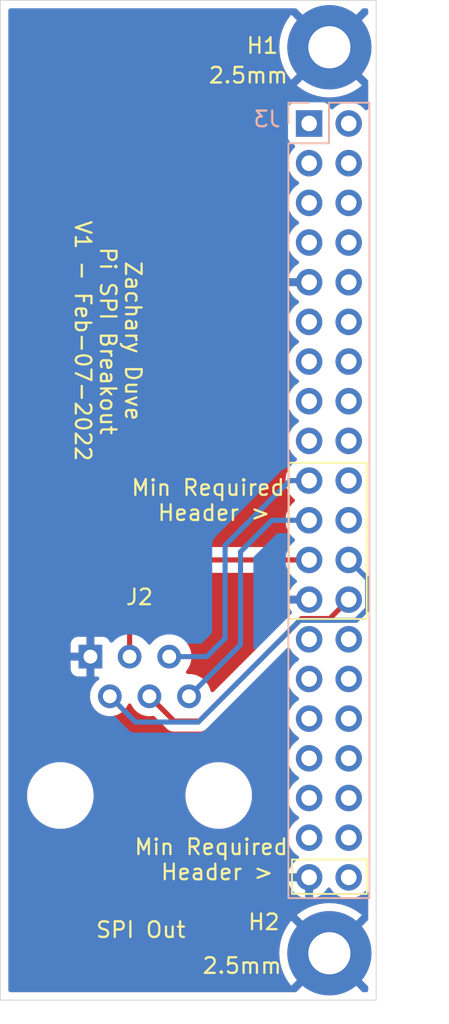
<source format=kicad_pcb>
(kicad_pcb (version 20211014) (generator pcbnew)
  (layers (0 "F.Cu" signal) (31 "B.Cu" signal) (34 "B.Paste" user) (35 "F.Paste" user) (36 "B.SilkS" user "B.Silkscreen") (37 "F.SilkS" user "F.Silkscreen") (38 "B.Mask" user) (39 "F.Mask" user) (44 "Edge.Cuts" user))
  (net 0 "")
  (net 1 "GND")
  (net 2 "RCS")
  (net 3 "WCS")
  (net 4 "CLK")
  (net 5 "MOSI")
  (net 6 "MISO")
  (footprint "MountingHole:MountingHole_2.7mm_Pad" (layer "F.Cu") (at 128.2 84.4)
    (fp_text reference "H1" (at -4.3 -0.1) (layer "F.SilkS"))
    (fp_text value "MountingHole_Pad")
    (pad "1" thru_hole circle (at 0 0) (size 5.4 5.4) (drill 2.7) (layers *.Cu *.Mask) (net 1 "GND"))
  )
  (footprint "MountingHole:MountingHole_2.7mm_Pad" (layer "F.Cu") (at 128.2 142.4)
    (fp_text reference "H2" (at -4.2 -2) (layer "F.SilkS"))
    (fp_text value "MountingHole_Pad")
    (pad "1" thru_hole circle (at 0 0) (size 5.4 5.4) (drill 2.7) (layers *.Cu *.Mask) (net 1 "GND"))
  )
  (footprint "Connector_RJ:6P6C-MTJ-660x1" (layer "F.Cu") (at 116.02 117.06)
    (fp_text reference "J2" (at 0 2.54 unlocked) (layer "F.SilkS"))
    (fp_text value "6P6C")
    (pad "" np_thru_hole circle (at 5.08 15.24) (size 3.2512 3.2512) (drill 3.2512) (layers F&B.Cu *.Mask))
    (pad "" np_thru_hole circle (at -5.08 15.24) (size 3.2512 3.2512) (drill 3.2512) (layers F&B.Cu *.Mask))
    (pad "1" thru_hole rect (at -3.1496 6.35) (size 1.524 1.524) (drill 0.889) (layers *.Cu *.Mask) (net 1 "GND"))
    (pad "2" thru_hole circle (at -1.905 8.89) (size 1.524 1.524) (drill 0.889) (layers *.Cu *.Mask) (net 2 "RCS"))
    (pad "3" thru_hole circle (at -0.635 6.35) (size 1.524 1.524) (drill 0.889) (layers *.Cu *.Mask) (net 4 "CLK"))
    (pad "4" thru_hole circle (at 0.635 8.89) (size 1.524 1.524) (drill 0.889) (layers *.Cu *.Mask) (net 3 "WCS"))
    (pad "5" thru_hole circle (at 1.905 6.35) (size 1.524 1.524) (drill 0.889) (layers *.Cu *.Mask) (net 5 "MOSI"))
    (pad "6" thru_hole circle (at 3.175 8.89) (size 1.524 1.524) (drill 0.889) (layers *.Cu *.Mask) (net 6 "MISO"))
  )
  (footprint "Connector_PinSocket_2.54mm:PinSocket_2x20_P2.54mm_Vertical" (layer "B.Cu") (at 126.9 89.28 180)
    (fp_text reference "J3" (at 2.7 0.28) (layer "B.SilkS") (effects (justify mirror)))
    (fp_text value "Conn_01x40_Female")
    (fp_line (start -3.87 1.33) (end -1.27 1.33) (layer "B.SilkS") (width 0.12))
    (fp_line (start 1.33 -1.27) (end 1.33 -49.59) (layer "B.SilkS") (width 0.12))
    (fp_line (start 1.33 1.33) (end 1.33 0) (layer "B.SilkS") (width 0.12))
    (fp_line (start -1.27 -1.27) (end 1.33 -1.27) (layer "B.SilkS") (width 0.12))
    (fp_line (start -1.27 1.33) (end -1.27 -1.27) (layer "B.SilkS") (width 0.12))
    (fp_line (start -3.87 -49.59) (end 1.33 -49.59) (layer "B.SilkS") (width 0.12))
    (fp_line (start -3.87 1.33) (end -3.87 -49.59) (layer "B.SilkS") (width 0.12))
    (fp_line (start 0 1.33) (end 1.33 1.33) (layer "B.SilkS") (width 0.12))
    (pad "1" thru_hole rect (at 0 0 180) (size 1.7 1.7) (drill 1) (layers *.Cu *.Mask))
    (pad "2" thru_hole oval (at -2.54 0 180) (size 1.7 1.7) (drill 1) (layers *.Cu *.Mask))
    (pad "3" thru_hole oval (at 0 -2.54 180) (size 1.7 1.7) (drill 1) (layers *.Cu *.Mask))
    (pad "4" thru_hole oval (at -2.54 -2.54 180) (size 1.7 1.7) (drill 1) (layers *.Cu *.Mask))
    (pad "5" thru_hole oval (at 0 -5.08 180) (size 1.7 1.7) (drill 1) (layers *.Cu *.Mask))
    (pad "6" thru_hole oval (at -2.54 -5.08 180) (size 1.7 1.7) (drill 1) (layers *.Cu *.Mask) (net 1 "GND"))
    (pad "7" thru_hole oval (at 0 -7.62 180) (size 1.7 1.7) (drill 1) (layers *.Cu *.Mask))
    (pad "8" thru_hole oval (at -2.54 -7.62 180) (size 1.7 1.7) (drill 1) (layers *.Cu *.Mask))
    (pad "9" thru_hole oval (at 0 -10.16 180) (size 1.7 1.7) (drill 1) (layers *.Cu *.Mask) (net 1 "GND"))
    (pad "10" thru_hole oval (at -2.54 -10.16 180) (size 1.7 1.7) (drill 1) (layers *.Cu *.Mask))
    (pad "11" thru_hole oval (at 0 -12.7 180) (size 1.7 1.7) (drill 1) (layers *.Cu *.Mask))
    (pad "12" thru_hole oval (at -2.54 -12.7 180) (size 1.7 1.7) (drill 1) (layers *.Cu *.Mask))
    (pad "13" thru_hole oval (at 0 -15.24 180) (size 1.7 1.7) (drill 1) (layers *.Cu *.Mask))
    (pad "14" thru_hole oval (at -2.54 -15.24 180) (size 1.7 1.7) (drill 1) (layers *.Cu *.Mask) (net 1 "GND"))
    (pad "15" thru_hole oval (at 0 -17.78 180) (size 1.7 1.7) (drill 1) (layers *.Cu *.Mask))
    (pad "16" thru_hole oval (at -2.54 -17.78 180) (size 1.7 1.7) (drill 1) (layers *.Cu *.Mask))
    (pad "17" thru_hole oval (at 0 -20.32 180) (size 1.7 1.7) (drill 1) (layers *.Cu *.Mask))
    (pad "18" thru_hole oval (at -2.54 -20.32 180) (size 1.7 1.7) (drill 1) (layers *.Cu *.Mask))
    (pad "19" thru_hole oval (at 0 -22.86 180) (size 1.7 1.7) (drill 1) (layers *.Cu *.Mask) (net 5 "MOSI"))
    (pad "20" thru_hole oval (at -2.54 -22.86 180) (size 1.7 1.7) (drill 1) (layers *.Cu *.Mask) (net 1 "GND"))
    (pad "21" thru_hole oval (at 0 -25.4 180) (size 1.7 1.7) (drill 1) (layers *.Cu *.Mask) (net 6 "MISO"))
    (pad "22" thru_hole oval (at -2.54 -25.4 180) (size 1.7 1.7) (drill 1) (layers *.Cu *.Mask))
    (pad "23" thru_hole oval (at 0 -27.94 180) (size 1.7 1.7) (drill 1) (layers *.Cu *.Mask) (net 4 "CLK"))
    (pad "24" thru_hole oval (at -2.54 -27.94 180) (size 1.7 1.7) (drill 1) (layers *.Cu *.Mask) (net 2 "RCS"))
    (pad "25" thru_hole oval (at 0 -30.48 180) (size 1.7 1.7) (drill 1) (layers *.Cu *.Mask) (net 1 "GND"))
    (pad "26" thru_hole oval (at -2.54 -30.48 180) (size 1.7 1.7) (drill 1) (layers *.Cu *.Mask) (net 3 "WCS"))
    (pad "27" thru_hole oval (at 0 -33.02 180) (size 1.7 1.7) (drill 1) (layers *.Cu *.Mask))
    (pad "28" thru_hole oval (at -2.54 -33.02 180) (size 1.7 1.7) (drill 1) (layers *.Cu *.Mask))
    (pad "29" thru_hole oval (at 0 -35.56 180) (size 1.7 1.7) (drill 1) (layers *.Cu *.Mask))
    (pad "30" thru_hole oval (at -2.54 -35.56 180) (size 1.7 1.7) (drill 1) (layers *.Cu *.Mask) (net 1 "GND"))
    (pad "31" thru_hole oval (at 0 -38.1 180) (size 1.7 1.7) (drill 1) (layers *.Cu *.Mask))
    (pad "32" thru_hole oval (at -2.54 -38.1 180) (size 1.7 1.7) (drill 1) (layers *.Cu *.Mask))
    (pad "33" thru_hole oval (at 0 -40.64 180) (size 1.7 1.7) (drill 1) (layers *.Cu *.Mask))
    (pad "34" thru_hole oval (at -2.54 -40.64 180) (size 1.7 1.7) (drill 1) (layers *.Cu *.Mask) (net 1 "GND"))
    (pad "35" thru_hole oval (at 0 -43.18 180) (size 1.7 1.7) (drill 1) (layers *.Cu *.Mask))
    (pad "36" thru_hole oval (at -2.54 -43.18 180) (size 1.7 1.7) (drill 1) (layers *.Cu *.Mask))
    (pad "37" thru_hole oval (at 0 -45.72 180) (size 1.7 1.7) (drill 1) (layers *.Cu *.Mask))
    (pad "38" thru_hole oval (at -2.54 -45.72 180) (size 1.7 1.7) (drill 1) (layers *.Cu *.Mask))
    (pad "39" thru_hole oval (at 0 -48.26 180) (size 1.7 1.7) (drill 1) (layers *.Cu *.Mask) (net 1 "GND"))
    (pad "40" thru_hole oval (at -2.54 -48.26 180) (size 1.7 1.7) (drill 1) (layers *.Cu *.Mask))
  )
  (gr_rect (start 125.8 136.4) (end 130.6 138.6) (layer "F.SilkS") (width 0.12) (fill none))
  (gr_rect (start 130.6 111) (end 125.6 121) (layer "F.SilkS") (width 0.12) (fill none))
  (gr_rect (start 131.2 81.4) (end 107.1 145.4) (layer "Edge.Cuts") (width 0.05) (fill none))
  (gr_text "SPI Out" (at 116.1 140.9) (layer "F.SilkS") (effects (font (size 1 1))))
  (gr_text "Zachary Duve\nPi SPI Breakout\nV1 - Feb-07-2022" (at 114 103.2 270) (layer "F.SilkS") (effects (font (size 1 1))))
  (gr_text "Min Required \nHeader >" (at 121 136.4) (layer "F.SilkS") (effects (font (size 1 1))))
  (gr_text "2.5mm" (at 122.6 143.2) (layer "F.SilkS") (effects (font (size 1 1))))
  (gr_text "2.5mm" (at 123 86.2) (layer "F.SilkS") (effects (font (size 1 1))))
  (gr_text "Min Required \nHeader >" (at 120.8 113.4) (layer "F.SilkS") (effects (font (size 1 1))))
  (segment (start 126.303678 121.085516) (end 119.789194 127.6) (width 0.329946) (layer "B.Cu") (net 2))
  (segment (start 130.654484 118.434484) (end 130.654484 120.345516) (width 0.329946) (layer "B.Cu") (net 2))
  (segment (start 129.914484 121.085516) (end 126.303678 121.085516) (width 0.329946) (layer "B.Cu") (net 2))
  (segment (start 119.789194 127.6) (end 115.765 127.6) (width 0.329946) (layer "B.Cu") (net 2))
  (segment (start 115.765 127.6) (end 114.115 125.95) (width 0.329946) (layer "B.Cu") (net 2))
  (segment (start 129.44 117.22) (end 130.654484 118.434484) (width 0.329946) (layer "B.Cu") (net 2))
  (segment (start 130.654484 120.345516) (end 129.914484 121.085516) (width 0.329946) (layer "B.Cu") (net 2))
  (segment (start 126.41471 120.974484) (end 119.85231 127.536884) (width 0.329946) (layer "F.Cu") (net 3))
  (segment (start 129.44 119.76) (end 128.225516 120.974484) (width 0.329946) (layer "F.Cu") (net 3))
  (segment (start 128.225516 120.974484) (end 126.41471 120.974484) (width 0.329946) (layer "F.Cu") (net 3))
  (segment (start 118.241884 127.536884) (end 116.655 125.95) (width 0.329946) (layer "F.Cu") (net 3))
  (segment (start 119.85231 127.536884) (end 118.241884 127.536884) (width 0.329946) (layer "F.Cu") (net 3))
  (segment (start 119.18 117.22) (end 115.385 121.015) (width 0.3302) (layer "F.Cu") (net 4))
  (segment (start 115.385 121.015) (end 115.385 123.41) (width 0.3302) (layer "F.Cu") (net 4))
  (segment (start 126.9 117.22) (end 119.18 117.22) (width 0.3302) (layer "F.Cu") (net 4))
  (segment (start 126.9 112.14) (end 125.659759 112.14) (width 0.3302) (layer "B.Cu") (net 5))
  (segment (start 121.50988 122.234878) (end 120.334758 123.41) (width 0.3302) (layer "B.Cu") (net 5))
  (segment (start 125.659759 112.14) (end 121.50988 116.289879) (width 0.3302) (layer "B.Cu") (net 5))
  (segment (start 121.50988 116.289879) (end 121.50988 122.234878) (width 0.3302) (layer "B.Cu") (net 5))
  (segment (start 120.334758 123.41) (end 117.925 123.41) (width 0.3302) (layer "B.Cu") (net 5))
  (segment (start 124.52 114.68) (end 122.5 116.7) (width 0.3302) (layer "B.Cu") (net 6))
  (segment (start 126.9 114.68) (end 124.52 114.68) (width 0.3302) (layer "B.Cu") (net 6))
  (segment (start 122.5 116.7) (end 122.5 122.645) (width 0.3302) (layer "B.Cu") (net 6))
  (segment (start 122.5 122.645) (end 119.195 125.95) (width 0.3302) (layer "B.Cu") (net 6))
  (zone (net 1) (net_name "GND") (layer "F.Cu") (connect_pads (clearance 0.508)) (min_thickness 0.254) (fill yes (thermal_gap 0.508) (thermal_bridge_width 0.508))
    (polygon (pts (xy 131.2 145.4) (xy 107.1 145.4) (xy 107.1 81.4) (xy 131.2 81.4)))
  )
  (zone (net 1) (net_name "GND") (layer "B.Cu") (connect_pads (clearance 0.508)) (min_thickness 0.254) (fill yes (thermal_gap 0.508) (thermal_bridge_width 0.508))
    (polygon (pts (xy 131.2 145.4) (xy 107.1 145.4) (xy 107.1 81.4) (xy 131.2 81.4)))
  )
)
</source>
